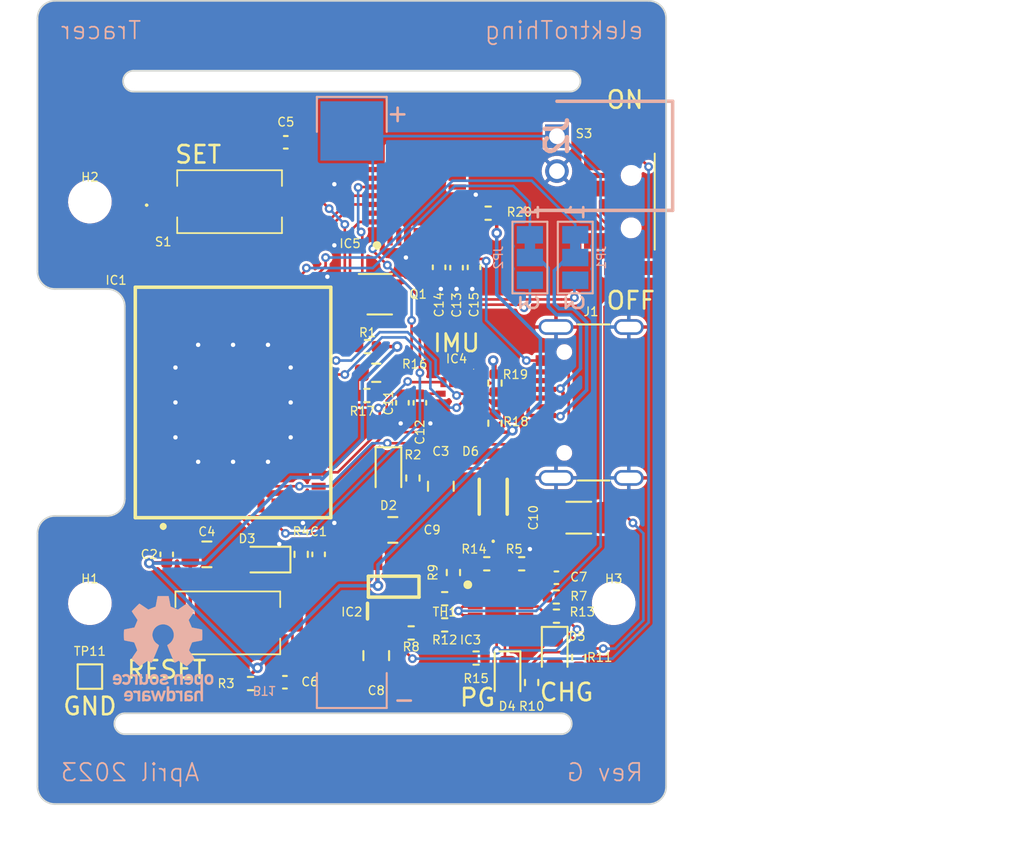
<source format=kicad_pcb>
(kicad_pcb (version 20221018) (generator pcbnew)
  (title_block (title "Tracer") (date "2023-04-18") (rev "G"))
  (layers (0 "F.Cu" signal) (1 "In1.Cu" signal) (2 "In2.Cu" signal) (31 "B.Cu" signal) (34 "B.Paste" user) (35 "F.Paste" user) (36 "B.SilkS" user "B.Silkscreen") (37 "F.SilkS" user "F.Silkscreen") (38 "B.Mask" user) (39 "F.Mask" user) (44 "Edge.Cuts" user))
  (net 0 "")
  (net 1 "+BATT")
  (net 2 "GND")
  (net 3 "CHIP_PU")
  (net 4 "/Battery Charger/VUSB")
  (net 5 "Net-(IC3-IN)")
  (net 6 "+3V3")
  (net 7 "VDD")
  (net 8 "/IMU/6D_PWR")
  (net 9 "Net-(IC3-OUT_1)")
  (net 10 "Net-(IC5-VDD)")
  (net 11 "Net-(D2-A)")
  (net 12 "IND_LED")
  (net 13 "Net-(D3-K)")
  (net 14 "Net-(D4-K)")
  (net 15 "Net-(D4-A)")
  (net 16 "Net-(D5-K)")
  (net 17 "Net-(D5-A)")
  (net 23 "GPIO8")
  (net 26 "GPIO9")
  (net 29 "/Microcontroller/U0RXD")
  (net 30 "/Microcontroller/U0TXD")
  (net 37 "Net-(IC2-CE)")
  (net 39 "Net-(IC3-TS)")
  (net 40 "Net-(IC3-~{CE})")
  (net 41 "Net-(IC3-EN2)")
  (net 42 "Net-(IC3-EN1)")
  (net 43 "Net-(IC3-ILIM)")
  (net 44 "Net-(IC3-TMR)")
  (net 45 "Net-(IC3-TD)")
  (net 46 "Net-(IC3-ISET)")
  (net 53 "/IMU/6D_INT1")
  (net 54 "/IMU/6D_INT2")
  (net 57 "Net-(IC5-RSTB)")
  (net 58 "/IMU/I2C_SCL")
  (net 59 "/IMU/I2C_SDA")
  (net 75 "Net-(JP2-C)")
  (net 76 "Net-(JP1-C)")
  (net 77 "/Microcontroller/RTS")
  (net 78 "/Microcontroller/DTR")
  (net 79 "/Battery Charger/BAT")
  (net 80 "/Battery Charger/READ_BAT")
  (net 87 "MCU_DM")
  (net 88 "MCU_DP")
  (net 89 "UART_DP")
  (net 90 "UART_DM")
  (footprint "SamacSys_Parts:TS1101CW" (layer "F.Cu") (at 120.4 98.625)
    (fp_text reference "S2")
    (fp_text value "TS-1101-C-W" hide)
  )
  (footprint "Resistor_SMD:R_0402_1005Metric" (layer "F.Cu") (at 128.365 85.6)
    (fp_text reference "R17")
    (fp_text value "220k")
  )
  (footprint "Resistor_SMD:R_0402_1005Metric" (layer "F.Cu") (at 135.7 87.19 90)
    (fp_text reference "R18")
    (fp_text value "10k")
  )
  (footprint "personal:MountingHole_2.2mm_M2_Small" (layer "F.Cu") (at 142.5 97.5)
    (fp_text reference "H3")
    (fp_text value "MountingHole")
  )
  (footprint "LED_SMD:LED_0603_1608Metric" (layer "F.Cu") (at 136.42 101.74 -90)
    (fp_text reference "D4")
    (fp_text value "Green_0603")
  )
  (footprint "Resistor_SMD:R_0402_1005Metric" (layer "F.Cu") (at 133.32 95.74 90)
    (fp_text reference "R9")
    (fp_text value "1.5k")
  )
  (footprint "Capacitor_SMD:C_0402_1005Metric" (layer "F.Cu") (at 130.4 86.02 -90)
    (fp_text reference "C11")
    (fp_text value "100n")
  )
  (footprint "Capacitor_SMD:C_1206_3216Metric" (layer "F.Cu") (at 140.5 92.6 180)
    (fp_text reference "C10")
    (fp_text value "4.7u")
  )
  (footprint "Resistor_SMD:R_0402_1005Metric" (layer "F.Cu") (at 124.6 94.7 90)
    (fp_text reference "R4")
    (fp_text value "1k")
  )
  (footprint "SamacSys_Parts:QFN50P500X500X80-29N-D" (layer "F.Cu") (at 131.19 74.16 90)
    (fp_text reference "IC5")
    (fp_text value "CP2102N-A02-GQFN28R" hide)
  )
  (footprint "Resistor_SMD:R_0402_1005Metric" (layer "F.Cu") (at 134.62 100.64 180)
    (fp_text reference "R15")
    (fp_text value "51k")
  )
  (footprint "LED_SMD:LED_0603_1608Metric" (layer "F.Cu") (at 139.12 100.34 -90)
    (fp_text reference "D5")
    (fp_text value "Green_0603")
  )
  (footprint "Resistor_SMD:R_0402_1005Metric" (layer "F.Cu") (at 131 90.33 90)
    (fp_text reference "R2")
    (fp_text value "2.2k")
  )
  (footprint "Resistor_SMD:R_0402_1005Metric" (layer "F.Cu") (at 128.4 82.8 180)
    (fp_text reference "R1")
    (fp_text value "10k")
  )
  (footprint "TestPoint:TestPoint_Pad_1.0x1.0mm" (layer "F.Cu") (at 112.5 101.7)
    (fp_text reference "TP11")
    (fp_text value "TestPoint_Alt")
  )
  (footprint "Resistor_SMD:R_0402_1005Metric" (layer "F.Cu") (at 130.9 99.2)
    (fp_text reference "R8")
    (fp_text value "100k")
  )
  (footprint "Resistor_SMD:R_0402_1005Metric" (layer "F.Cu") (at 137.23 95.24)
    (fp_text reference "R5")
    (fp_text value "51k")
  )
  (footprint "Capacitor_SMD:C_0402_1005Metric" (layer "F.Cu") (at 123.67 102.025)
    (fp_text reference "C6")
    (fp_text value "100n")
  )
  (footprint "Capacitor_SMD:C_0402_1005Metric" (layer "F.Cu") (at 116.9 94.7 90)
    (fp_text reference "C2")
    (fp_text value "100n")
  )
  (footprint "Capacitor_SMD:C_0805_2012Metric" (layer "F.Cu") (at 119.2 94.7)
    (fp_text reference "C4")
    (fp_text value "10u")
  )
  (footprint "Capacitor_SMD:C_0402_1005Metric" (layer "F.Cu") (at 134.5 78.26 -90)
    (fp_text reference "C15")
    (fp_text value "10u_0402")
  )
  (footprint "personal:MountingHole_2.2mm_M2_Small" (layer "F.Cu") (at 112.5 74.5)
    (fp_text reference "H2")
    (fp_text value "MountingHole")
  )
  (footprint "Resistor_SMD:R_0402_1005Metric" (layer "F.Cu") (at 121.7 102.1)
    (fp_text reference "R3")
    (fp_text value "10k")
  )
  (footprint "Resistor_SMD:R_0402_1005Metric" (layer "F.Cu") (at 139.21 97.14)
    (fp_text reference "R7")
    (fp_text value "1.5k")
  )
  (footprint "Package_TO_SOT_SMD:SOT-363_SC-70-6" (layer "F.Cu") (at 129.1 79.8)
    (fp_text reference "Q1")
    (fp_text value "MUN5214DW1T1G")
  )
  (footprint "Resistor_SMD:R_0402_1005Metric" (layer "F.Cu") (at 139.22 98.24)
    (fp_text reference "R13")
    (fp_text value "51k")
  )
  (footprint "Connectors_JT:GT-USB-7010A" (layer "F.Cu") (at 141.125 86 90)
    (fp_text reference "J1")
    (fp_text value "GT-USB-7010")
  )
  (footprint "personal:MountingHole_2.2mm_M2_Small" (layer "F.Cu") (at 112.5 97.5)
    (fp_text reference "H1")
    (fp_text value "MountingHole")
  )
  (footprint "SamacSys_Parts:ESP32C3MINI1N4" (layer "F.Cu") (at 120.7 86 90)
    (fp_text reference "IC1")
    (fp_text value "ESP32-C3-MINI-1-N4" hide)
  )
  (footprint "Resistor_SMD:R_0402_1005Metric" (layer "F.Cu") (at 132.82 98.74 180)
    (fp_text reference "R12")
    (fp_text value "51k")
  )
  (footprint "SamacSys_Parts:K31296SE1" (layer "F.Cu") (at 143.5 74.5 -90)
    (fp_text reference "S3")
    (fp_text value "K3-1296S-E1" hide)
  )
  (footprint "SamacSys_Parts:LSM6DSLTR" (layer "F.Cu") (at 133.5 86 -90)
    (fp_text reference "IC4")
    (fp_text value "LSM6DSLTR" hide)
  )
  (footprint "SamacSys_Parts:TS1101CW" (layer "F.Cu") (at 120.5 74.5)
    (fp_text reference "S1")
    (fp_text value "TS-1101-C-W" hide)
  )
  (footprint "Resistor_SMD:R_0402_1005Metric" (layer "F.Cu") (at 135.7 84.89 -90)
    (fp_text reference "R19")
    (fp_text value "10k")
  )
  (footprint "Capacitor_SMD:C_0402_1005Metric" (layer "F.Cu") (at 125.6 94.7 90)
    (fp_text reference "C1")
    (fp_text value "1u")
  )
  (footprint "Resistor_SMD:R_0402_1005Metric" (layer "F.Cu") (at 140.5 100.6 -90)
    (fp_text reference "R11")
    (fp_text value "2.2k")
  )
  (footprint "SamacSys_Parts:QFN50P300X300X100-17N-D" (layer "F.Cu") (at 136.02 97.94)
    (fp_text reference "IC3")
    (fp_text value "BQ24073RGTR" hide)
  )
  (footprint "Capacitor_SMD:C_0805_2012Metric" (layer "F.Cu") (at 128.9 100.5 -90)
    (fp_text reference "C8")
    (fp_text value "10u")
  )
  (footprint "Resistor_SMD:R_0402_1005Metric" (layer "F.Cu") (at 132.82 97.24 180)
    (fp_text reference "TH1")
    (fp_text value "10k_NTC")
  )
  (footprint "Resistor_SMD:R_0402_1005Metric" (layer "F.Cu") (at 135.31 75.16 180)
    (fp_text reference "R20")
    (fp_text value "1k")
  )
  (footprint "SamacSys_Parts:B5819WSL" (layer "F.Cu") (at 135.6 91.4 90)
    (fp_text reference "D6")
    (fp_text value "B5819W.SL" hide)
  )
  (footprint "Capacitor_SMD:C_0402_1005Metric" (layer "F.Cu") (at 123.72 71.1)
    (fp_text reference "C5")
    (fp_text value "100n")
  )
  (footprint "LED_SMD:LED_0603_1608Metric" (layer "F.Cu") (at 129.6 90.05 -90)
    (fp_text reference "D2")
    (fp_text value "Green_0603")
  )
  (footprint "Capacitor_SMD:C_0402_1005Metric" (layer "F.Cu") (at 139.22 96.04)
    (fp_text reference "C7")
    (fp_text value "1u")
  )
  (footprint "LED_SMD:LED_0603_1608Metric" (layer "F.Cu") (at 122.5 95 180)
    (fp_text reference "D3")
    (fp_text value "Green_0603")
  )
  (footprint "Resistor_SMD:R_0402_1005Metric" (layer "F.Cu") (at 137.8 102.04 90)
    (fp_text reference "R10")
    (fp_text value "2.2k")
  )
  (footprint "Capacitor_SMD:C_0402_1005Metric" (layer "F.Cu") (at 131.4 86.02 -90)
    (fp_text reference "C12")
    (fp_text value "100n")
  )
  (footprint "Resistor_SMD:R_0402_1005Metric" (layer "F.Cu") (at 135.23 95.24 180)
    (fp_text reference "R14")
    (fp_text value "51k")
  )
  (footprint "Capacitor_SMD:C_0402_1005Metric" (layer "F.Cu") (at 132.5 78.26 -90)
    (fp_text reference "C14")
    (fp_text value "100n")
  )
  (footprint "Capacitor_SMD:C_0805_2012Metric" (layer "F.Cu") (at 129.85 93.3)
    (fp_text reference "C9")
    (fp_text value "10u")
  )
  (footprint "Capacitor_SMD:C_0402_1005Metric" (layer "F.Cu") (at 133.5 78.28 -90)
    (fp_text reference "C13")
    (fp_text value "100n")
  )
  (footprint "Capacitor_SMD:C_0805_2012Metric" (layer "F.Cu") (at 132.6 90.8 90)
    (fp_text reference "C3")
    (fp_text value "10u")
  )
  (footprint "Resistor_SMD:R_0603_1608Metric" (layer "F.Cu") (at 128.9 84.3 180)
    (fp_text reference "R16")
    (fp_text value "560k")
  )
  (footprint "SamacSys_Parts:SOT95P280X130-5N" (layer "F.Cu") (at 129.9 96.55 90)
    (fp_text reference "IC2")
    (fp_text value "XC6227C331MR-G" hide)
  )
  (footprint "Jumper:SolderJumper-3_P1.3mm_Bridged12_Pad1.0x1.5mm_NumberLabels" (layer "B.Cu") (at 137.7 77.7 -90)
    (fp_text reference "JP2")
    (fp_text value "SolderJumper_3_Bridged12")
  )
  (footprint "Jumper:SolderJumper-3_P1.3mm_Bridged12_Pad1.0x1.5mm_NumberLabels" (layer "B.Cu") (at 140.3 77.7 -90)
    (fp_text reference "JP1")
    (fp_text value "SolderJumper_3_Bridged12")
  )
  (footprint "SamacSys_Parts:SHDRRA2W50P0X200_1X2_600X760X510P" (layer "B.Cu") (at 139.25 70.75 90)
    (fp_text reference "J2")
    (fp_text value "PH-2RA" hide)
  )
  (footprint "Symbol:OSHW-Logo_5.7x6mm_SilkScreen" (layer "B.Cu") (at 116.7 100.1 180)
    (fp_text reference "REF**" hide)
    (fp_text value "OSHW-Logo_5.7x6mm_SilkScreen" hide)
  )
  (footprint "BatteryHolders:BS-24-B4AK014" (layer "B.Cu") (at 127.5 101.55 90)
    (fp_text reference "BT1")
    (fp_text value "CR2450")
  )
  (gr_arc (start 110.5 79.5) (mid 109.792894 79.207106) (end 109.5 78.5) (stroke (width 0.1)) (layer "Edge.Cuts"))
  (gr_arc (start 109.5 64) (mid 109.792894 63.292894) (end 110.5 63) (stroke (width 0.1)) (layer "Edge.Cuts"))
  (gr_arc (start 140 67) (mid 140.6 67.6) (end 140 68.2) (stroke (width 0.1)) (layer "Edge.Cuts"))
  (gr_arc (start 139.5 103.8) (mid 140.1 104.4) (end 139.5 105) (stroke (width 0.1)) (layer "Edge.Cuts"))
  (gr_line (start 114.5 103.8) (end 139.5 103.8) (stroke (width 0.1)) (layer "Edge.Cuts"))
  (gr_line (start 115 68.2) (end 140 68.2) (stroke (width 0.1)) (layer "Edge.Cuts"))
  (gr_arc (start 144.5 63) (mid 145.207106 63.292894) (end 145.5 64) (stroke (width 0.1)) (layer "Edge.Cuts"))
  (gr_arc (start 109.5 93.5) (mid 109.792894 92.792894) (end 110.5 92.5) (stroke (width 0.1)) (layer "Edge.Cuts"))
  (gr_arc (start 115 68.2) (mid 114.4 67.6) (end 115 67) (stroke (width 0.1)) (layer "Edge.Cuts"))
  (gr_line (start 109.5 78.5) (end 109.5 64) (stroke (width 0.1)) (layer "Edge.Cuts"))
  (gr_line (start 110.5 92.5) (end 113.5 92.5) (stroke (width 0.1)) (layer "Edge.Cuts"))
  (gr_line (start 110.5 79.5) (end 113.5 79.5) (stroke (width 0.1)) (layer "Edge.Cuts"))
  (gr_arc (start 110.5 109) (mid 109.792894 108.707106) (end 109.5 108) (stroke (width 0.1)) (layer "Edge.Cuts"))
  (gr_arc (start 114.5 105) (mid 113.9 104.4) (end 114.5 103.8) (stroke (width 0.1)) (layer "Edge.Cuts"))
  (gr_line (start 144.5 63) (end 110.5 63) (stroke (width 0.1)) (layer "Edge.Cuts"))
  (gr_line (start 109.5 108) (end 109.5 93.5) (stroke (width 0.1)) (layer "Edge.Cuts"))
  (gr_arc (start 113.5 79.5) (mid 114.207106 79.792894) (end 114.5 80.5) (stroke (width 0.1)) (layer "Edge.Cuts"))
  (gr_arc (start 114.5 91.5) (mid 114.207106 92.207106) (end 113.5 92.5) (stroke (width 0.1)) (layer "Edge.Cuts"))
  (gr_line (start 115 67) (end 140 67) (stroke (width 0.1)) (layer "Edge.Cuts"))
  (gr_line (start 110.5 109) (end 144.5 109) (stroke (width 0.1)) (layer "Edge.Cuts"))
  (gr_arc (start 145.5 108) (mid 145.207106 108.707106) (end 144.5 109) (stroke (width 0.1)) (layer "Edge.Cuts"))
  (gr_line (start 145.5 64) (end 145.5 108) (stroke (width 0.1)) (layer "Edge.Cuts"))
  (gr_line (start 114.5 80.5) (end 114.5 91.5) (stroke (width 0.1)) (layer "Edge.Cuts"))
  (gr_line (start 114.5 105) (end 139.5 105) (stroke (width 0.1)) (layer "Edge.Cuts"))
  (gr_text "April 2023\n" (at 110.76 107.19) (layer "B.SilkS") (effects (font (size 1 1) (thickness 0.1)) (justify right mirror)))
  (gr_text "Rev G" (at 144.26 107.19) (layer "B.SilkS") (effects (font (size 1 1) (thickness 0.1)) (justify left mirror)))
  (gr_text "Tracer" (at 110.76 64.69) (layer "B.SilkS") (effects (font (size 1 1) (thickness 0.1)) (justify right mirror)))
  (gr_text "elektroThing \n" (at 144.26 64.69) (layer "B.SilkS") (effects (font (size 1 1) (thickness 0.1)) (justify left mirror)))
  (gr_text "ON" (at 142 69.25) (layer "F.SilkS") (effects (font (size 1 1)) (justify left bottom)))
  (gr_text "IMU" (at 133.5 82.6) (layer "F.SilkS") (effects (font (size 1 1))))
  (gr_text "CHG" (at 139.8 102.6) (layer "F.SilkS") (effects (font (size 1 1))))
  (gr_text "GND" (at 112.5 103.4) (layer "F.SilkS") (effects (font (size 1 1))))
  (gr_text "SET" (at 118.7 71.8) (layer "F.SilkS") (effects (font (size 1 1))))
  (gr_text "RESET" (at 116.9 101.3) (layer "F.SilkS") (effects (font (size 1 1))))
  (gr_text "OFF" (at 142 80.75) (layer "F.SilkS") (effects (font (size 1 1)) (justify left bottom)))
  (gr_text "PG" (at 134.7 102.9) (layer "F.SilkS") (effects (font (size 1 1))))
  (segment (start 134.57 98.19) (end 133.861985 98.19) (width 0.15) (layer "F.Cu") (net 1))
  (segment (start 128.7 77.2) (end 128.7 77.3) (width 0.15) (layer "F.Cu") (net 1))
  (segment (start 129.725 84.3) (end 130.9255 83.0995) (width 0.15) (layer "F.Cu") (net 1))
  (segment (start 133.860263 97.69) (end 133.611124 97.939139) (width 0.15) (layer "F.Cu") (net 1))
  (segment (start 133.861985 98.19) (end 133.611124 97.939139) (width 0.15) (layer "F.Cu") (net 1))
  (segment (start 130.9255 83.0995) (end 130.9255 81.3) (width 0.15) (layer "F.Cu") (net 1))
  (segment (start 134.57 97.69) (end 133.860263 97.69) (width 0.15) (layer "F.Cu") (net 1))
  (segment (start 128.7 77.3) (end 129.535523 78.135523) (width 0.15) (layer "F.Cu") (net 1))
  (via (at 129.535523 78.135523) (size 0.5) (drill 0.25) (layers "F.Cu" "B.Cu") (net 1))
  (via (at 133.611124 97.939139) (size 0.5) (drill 0.25) (layers "F.Cu" "B.Cu") (net 1))
  (via (at 130.9255 81.3) (size 0.5) (drill 0.25) (layers "F.Cu" "B.Cu") (net 1))
  (via (at 128.7 77.2) (size 0.5) (drill 0.25) (layers "F.Cu" "B.Cu") (net 1))
  (segment (start 130.9255 79.5255) (end 130.9255 81.3) (width 0.15) (layer "B.Cu") (net 1))
  (segment (start 139.5 70.75) (end 139.25 70.75) (width 0.15) (layer "B.Cu") (net 1))
  (segment (start 128.7 71.65) (end 128.7 77.2) (width 0.15) (layer "B.Cu") (net 1))
  (segment (start 138.060861 97.939139) (end 141.75 94.25) (width 0.15) (layer "B.Cu") (net 1))
  (segment (start 127.5 70.45) (end 128.7 71.65) (width 0.15) (layer "B.Cu") (net 1))
  (segment (start 129.535523 78.135523) (end 130.9255 79.5255) (width 0.15) (layer "B.Cu") (net 1))
  (segment (start 141.75 94.25) (end 141.75 73) (width 0.15) (layer "B.Cu") (net 1))
  (segment (start 133.611124 97.939139) (end 138.060861 97.939139) (width 0.15) (layer "B.Cu") (net 1))
  (segment (start 141.75 73) (end 139.5 70.75) (width 0.15) (layer "B.Cu") (net 1))
  (segment (start 139.25 70.75) (end 127.8 70.75) (width 0.15) (layer "B.Cu") (net 1))
  (segment (start 127.8 70.75) (end 127.5 70.45) (width 0.15) (layer "B.Cu") (net 1))
  (segment (start 130.69 76.51) (end 130.69 77.61) (width 0.15) (layer "F.Cu") (net 2))
  (segment (start 134.5 78.74) (end 134.5 79.4) (width 0.15) (layer "F.Cu") (net 2))
  (segment (start 134.5 79.4) (end 134.4 79.5) (width 0.15) (layer "F.Cu") (net 2))
  (segment (start 130.4 86.5) (end 130.4 87.1) (width 0.15) (layer "F.Cu") (net 2))
  (segment (start 125.65 91.95) (end 125.65 92.05) (width 0.15) (layer "F.Cu") (net 2))
  (segment (start 124.6 94.19) (end 123.424359 94.19) (width 0.15) (layer "F.Cu") (net 2))
  (segment (start 131.4 86.6) (end 132 87.2) (width 0.15) (layer "F.Cu") (net 2))
  (segment (start 132.5 79.4) (end 132.6 79.5) (width 0.15) (layer "F.Cu") (net 2))
  (segment (start 132.5 78.74) (end 132.5 79.4) (width 0.15) (layer "F.Cu") (net 2))
  (segment (start 124.7 91.9) (end 124.7 92.9) (width 0.15) (layer "F.Cu") (net 2))
  (segment (start 137.74 95.24) (end 137.74 94.44) (width 0.15) (layer "F.Cu") (net 2))
  (segment (start 130.69 77.61) (end 130.6 77.7) (width 0.15) (layer "F.Cu") (net 2))
  (segment (start 125.65 92.05) (end 126.5 92.9) (width 0.15) (layer "F.Cu") (net 2))
  (segment (start 132.588 86.5) (end 131.4 86.5) (width 0.15) (layer "F.Cu") (net 2))
  (segment (start 133.54 74.16) (end 134.54 74.16) (width 0.15) (layer "F.Cu") (net 2))
  (segment (start 131.4 86.5) (end 131.4 86.6) (width 0.15) (layer "F.Cu") (net 2))
  (segment (start 123.424359 94.19) (end 123.343493 94.109134) (width 0.15) (layer "F.Cu") (net 2))
  (segment (start 137.74 94.44) (end 137.7 94.4) (width 0.15) (layer "F.Cu") (net 2))
  (segment (start 130.4 87.1) (end 130.3 87.2) (width 0.15) (layer "F.Cu") (net 2))
  (segment (start 134.54 74.16) (end 134.6 74.1) (width 0.15) (layer "F.Cu") (net 2))
  (segment (start 133.5 78.76) (end 133.5 79.5) (width 0.15) (layer "F.Cu") (net 2))
  (via (at 118.7 89.4) (size 0.5) (drill 0.25) (layers "F.Cu" "B.Cu") (net 2))
  (via (at 126.5 77) (size 0.5) (drill 0.25) (layers "F.Cu" "B.Cu") (net 2))
  (via (at 124 88) (size 0.5) (drill 0.25) (layers "F.Cu" "B.Cu") (net 2))
  (via (at 132 87.2) (size 0.5) (drill 0.25) (layers "F.Cu" "B.Cu") (net 2))
  (via (at 123.343493 94.109134) (size 0.5) (drill 0.25) (layers "F.Cu" "B.Cu") (net 2))
  (via (at 124.7 92.9) (size 0.5) (drill 0.25) (layers "F.Cu" "B.Cu") (net 2))
  (via (at 137.7 94.4) (size 0.5) (drill 0.25) (layers "F.Cu" "B.Cu") (net 2))
  (via (at 117.4 84) (size 0.5) (drill 0.25) (layers "F.Cu" "B.Cu") (net 2))
  (via (at 126.5 73.5) (size 0.5) (drill 0.25) (layers "F.Cu" "B.Cu") (net 2))
  (via (at 134.4 79.5) (size 0.5) (drill 0.25) (layers "F.Cu" "B.Cu") (net 2))
  (via (at 118.7 82.7) (size 0.5) (drill 0.25) (layers "F.Cu" "B.Cu") (net 2))
  (via (at 120.7 82.7) (size 0.5) (drill 0.25) (layers "F.Cu" "B.Cu") (net 2))
  (via (at 122.7 89.4) (size 0.5) (drill 0.25) (layers "F.Cu" "B.Cu") (net 2))
  (via (at 124 84) (size 0.5) (drill 0.25) (layers "F.Cu" "B.Cu") (net 2))
  (via (at 126.1 78.8) (size 0.5) (drill 0.25) (layers "F.Cu" "B.Cu") (net 2))
  (via (at 117.4 86) (size 0.5) (drill 0.25) (layers "F.Cu" "B.Cu") (net 2))
  (via (at 126.5 92.9) (size 0.5) (drill 0.25) (layers "F.Cu" "B.Cu") (net 2))
  (via (at 122.7 82.7) (size 0.5) (drill 0.25) (layers "F.Cu" "B.Cu") (net 2))
  (via (at 134.6 74.1) (size 0.5) (drill 0.25) (layers "F.Cu" "B.Cu") (net 2))
  (via (at 120.7 89.4) (size 0.5) (drill 0.25) (layers "F.Cu" "B.Cu") (net 2))
  (via (at 124 86) (size 0.5) (drill 0.25) (layers "F.Cu" "B.Cu") (net 2))
  (via (at 117.4 88) (size 0.5) (drill 0.25) (layers "F.Cu" "B.Cu") (net 2))
  (via (at 130.3 87.2) (size 0.5) (drill 0.25) (layers "F.Cu" "B.Cu") (net 2))
  (via (at 133.5 79.5) (size 0.5) (drill 0.25) (layers "F.Cu" "B.Cu") (net 2))
  (via (at 130.6 77.7) (size 0.5) (drill 0.25) (layers "F.Cu" "B.Cu") (net 2))
  (via (at 132.6 79.5) (size 0.5) (drill 0.25) (layers "F.Cu" "B.Cu") (net 2))
  (segment (start 126.13452 93.83452) (end 125.8 93.5) (width 0.15) (layer "F.Cu") (net 3))
  (segment (start 123.61548 102.55952) (end 124.15 102.025) (width 0.15) (layer "F.Cu") (net 3))
  (segment (start 122.21 102.1) (end 122.66952 102.55952) (width 0.15) (layer "F.Cu") (net 3))
  (segment (start 124.1 101.975) (end 124.1 98.625) (width 0.15) (layer "F.Cu") (net 3))
  (segment (start 124.1 98.625) (end 124.1 96.68) (width 0.15) (layer "F.Cu") (net 3))
  (segment (start 125.8 93.5) (end 123.7 93.5) (width 0.15) (layer "F.Cu") (net 3))
  (segment (start 122.3 92.1) (end 122.3 91.9) (width 0.15) (layer "F.Cu") (net 3))
  (segment (start 126.13452 94.64548) (end 126.13452 93.83452) (width 0.15) (layer "F.Cu") (net 3))
  (segment (start 124.15 102.025) (end 124.1 101.975) (width 0.15) (layer "F.Cu") (net 3))
  (segment (start 123.7 93.5) (end 122.3 92.1) (width 0.15) (layer "F.Cu") (net 3))
  (segment (start 124.1 96.68) (end 125.6 95.18) (width 0.15) (layer "F.Cu") (net 3))
  (segment (start 131.4 80) (end 131.4 84.3) (width 0.15) (layer "F.Cu") (net 3))
  (segment (start 130.55 79.15) (end 131.4 80) (width 0.15) (layer "F.Cu") (net 3))
  (segment (start 125.6 95.18) (end 126.13452 94.64548) (width 0.15) (layer "F.Cu") (net 3))
  (segment (start 122.66952 102.55952) (end 123.61548 102.55952) (width 0.15) (layer "F.Cu") (net 3))
  (segment (start 130.05 79.15) (end 130.55 79.15) (width 0.15) (layer "F.Cu") (net 3))
  (via (at 123.7 93.5) (size 0.5) (drill 0.25) (layers "F.Cu" "B.Cu") (net 3))
  (via (at 131.4 84.3) (size 0.5) (drill 0.25) (layers "F.Cu" "B.Cu") (net 3))
  (segment (start 131.4 87.142107) (end 125.042107 93.5) (width 0.15) (layer "B.Cu") (net 3))
  (segment (start 125.042107 93.5) (end 123.7 93.5) (width 0.15) (layer "B.Cu") (net 3))
  (segment (start 131.4 84.3) (end 131.4 87.142107) (width 0.15) (layer "B.Cu") (net 3))
  (segment (start 134.48 77.8) (end 134.5 77.78) (width 0.15) (layer "F.Cu") (net 4))
  (segment (start 132.69 76.51) (end 133.11 76.51) (width 0.15) (layer "F.Cu") (net 4))
  (segment (start 135.08 77.78) (end 135.2 77.9) (width 0.15) (layer "F.Cu") (net 4))
  (segment (start 139.924519 84.380497) (end 139.924519 87.675481) (width 0.15) (layer "F.Cu") (net 4))
  (segment (start 138.615 83.6) (end 139.144022 83.6) (width 0.15) (layer "F.Cu") (net 4))
  (segment (start 134.05 88.4) (end 138.615 88.4) (width 0.15) (layer "F.Cu") (net 4))
  (segment (start 131.03 89.85) (end 131 89.82) (width 0.15) (layer "F.Cu") (net 4))
  (segment (start 134.5 76) (end 134.5 77.78) (width 0.15) (layer "F.Cu") (net 4))
  (segment (start 133.5 77.8) (end 134.48 77.8) (width 0.15) (layer "F.Cu") (net 4))
  (segment (start 133.5 76.9) (end 133.5 77.8) (width 0.15) (layer "F.Cu") (net 4))
  (segment (start 134.16 75.66) (end 134.5 76) (width 0.15) (layer "F.Cu") (net 4))
  (segment (start 137.5 83.6) (end 138.615 83.6) (width 0.15) (layer "F.Cu") (net 4))
  (segment (start 139.144022 83.6) (end 139.924519 84.380497) (width 0.15) (layer "F.Cu") (net 4))
  (segment (start 132.6 89.85) (end 132.67 89.78) (width 0.15) (layer "F.Cu") (net 4))
  (segment (start 132.6 89.85) (end 134.05 88.4) (width 0.15) (layer "F.Cu") (net 4))
  (segment (start 132.6 89.85) (end 131.03 89.85) (width 0.15) (layer "F.Cu") (net 4))
  (segment (start 132.67 89.78) (end 135.6 89.78) (width 0.15) (layer "F.Cu") (net 4))
  (segment (start 134.5 77.78) (end 135.08 77.78) (width 0.15) (layer "F.Cu") (net 4))
  (segment (start 139.924519 87.675481) (end 139.2 88.4) (width 0.15) (layer "F.Cu") (net 4))
  (segment (start 139.2 88.4) (end 138.615 88.4) (width 0.15) (layer "F.Cu") (net 4))
  (segment (start 133.11 76.51) (end 133.5 76.9) (width 0.15) (layer "F.Cu") (net 4))
  (segment (start 133.54 75.66) (end 134.16 75.66) (width 0.15) (layer "F.Cu") (net 4))
  (via (at 137.5 83.6) (size 0.5) (drill 0.25) (layers "F.Cu" "B.Cu") (net 4))
  (via (at 135.2 77.9) (size 0.5) (drill 0.25) (layers "F.Cu" "B.Cu") (net 4))
  (segment (start 135.2 77.9) (end 135.2 81.3) (width 0.15) (layer "B.Cu") (net 4))
  (segment (start 135.2 81.3) (end 137.5 83.6) (width 0.15) (layer "B.Cu") (net 4))
  (segment (start 138.74 96.04) (end 138.74 94.14) (width 0.15) (layer "F.Cu") (net 5))
  (segment (start 138.29 96.49) (end 138.74 96.04) (width 0.15) (layer "F.Cu") (net 5))
  (segment (start 138.74 94.14) (end 137.62 93.02) (width 0.15) (layer "F.Cu") (net 5))
  (segment (start 136.77 96.49) (end 138.29 96.49) (width 0.15) (layer "F.Cu") (net 5))
  (segment (start 137.62 93.02) (end 135.6 93.02) (width 0.15) (layer "F.Cu") (net 5))
  (segment (start 121.19 102.1) (end 118.25 99.16) (width 0.2) (layer "F.Cu") (net 6))
  (segment (start 116.9 95.18) (end 115.92 95.18) (width 0.2) (layer "F.Cu") (net 6))
  (segment (start 128.9 95.1) (end 128.95 95.15) (width 0.2) (layer "F.Cu") (net 6))
  (segment (start 128.95 95.15) (end 128.95 96.45) (width 0.2) (layer "F.Cu") (net 6))
  (segment (start 128.9 93.3) (end 128.9 95.1) (width 0.2) (layer "F.Cu") (net 6))
  (segment (start 118.3 91.9) (end 118.3 94.65) (width 0.2) (layer "F.Cu") (net 6))
  (segment (start 135.8 76.3) (end 135.8 75.18) (width 0.2) (layer "F.Cu") (net 6))
  (segment (start 118.3 94.65) (end 118.25 94.7) (width 0.2) (layer "F.Cu") (net 6))
  (segment (start 128.95 96.45) (end 129 96.5) (width 0.2) (layer "F.Cu") (net 6))
  (segment (start 121.2 102.1) (end 122.1 101.2) (width 0.2) (layer "F.Cu") (net 6))
  (segment (start 117.38 94.7) (end 116.9 95.18) (width 0.2) (layer "F.Cu") (net 6))
  (segment (start 135.8 75.18) (end 135.82 75.16) (width 0.2) (layer "F.Cu") (net 6))
  (segment (start 135.7 83.70169) (end 135.599155 83.600845) (width 0.2) (layer "F.Cu") (net 6))
  (segment (start 115.92 95.18) (end 115.9 95.2) (width 0.2) (layer "F.Cu") (net 6))
  (segment (start 118.25 99.16) (end 118.25 94.7) (width 0.2) (layer "F.Cu") (net 6))
  (segment (start 130.1 82.8) (end 128.91 82.8) (width 0.2) (layer "F.Cu") (net 6))
  (segment (start 118.25 94.7) (end 117.38 94.7) (width 0.2) (layer "F.Cu") (net 6))
  (segment (start 121.19 102.1) (end 121.2 102.1) (width 0.2) (layer "F.Cu") (net 6))
  (segment (start 135.7 87.7) (end 136.6 87.7) (width 0.2) (layer "F.Cu") (net 6))
  (segment (start 135.7 84.38) (end 135.7 83.70169) (width 0.2) (layer "F.Cu") (net 6))
  (segment (start 136.6 87.7) (end 136.7 87.6) (width 0.2) (layer "F.Cu") (net 6))
  (via (at 135.599155 83.600845) (size 0.6) (drill 0.3) (layers "F.Cu" "B.Cu") (net 6))
  (via (at 136.7 87.6) (size 0.6) (drill 0.3) (layers "F.Cu" "B.Cu") (net 6))
  (via (at 135.8 76.3) (size 0.6) (drill 0.3) (layers "F.Cu" "B.Cu") (net 6))
  (via (at 122.1 101.2) (size 0.6) (drill 0.3) (layers "F.Cu" "B.Cu") (net 6))
  (via (at 129 96.5) (size 0.6) (drill 0.3) (layers "F.Cu" "B.Cu") (net 6))
  (via (at 115.9 95.2) (size 0.6) (drill 0.3) (layers "F.Cu" "B.Cu") (net 6))
  (via (at 130.1 82.8) (size 0.6) (drill 0.3) (layers "F.Cu" "B.Cu") (net 6))
  (segment (start 136.7 87.6) (end 129 95.3) (width 0.2) (layer "B.Cu") (net 6))
  (segment (start 115.9 95.2) (end 119.1 95.2) (width 0.2) (layer "B.Cu") (net 6))
  (segment (start 135.599155 86.499155) (end 136.7 87.6) (width 0.2) (layer "B.Cu") (net 6))
  (segment (start 121.9 101.2) (end 115.9 95.2) (width 0.2) (layer "B.Cu") (net 6))
  (segment (start 135.599155 83.600845) (end 135.599155 86.499155) (width 0.2) (layer "B.Cu") (net 6))
  (segment (start 122.1 101.2) (end 121.9 101.2) (width 0.2) (layer "B.Cu") (net 6))
  (segment (start 128.1 88.1) (end 128.1 84.8) (width 0.2) (layer "B.Cu") (net 6))
  (segment (start 125.7 90.3) (end 125.8 90.4) (width 0.2) (layer "B.Cu") (net 6))
  (segment (start 135.8 79.82427) (end 135.8 76.3) (width 0.2) (layer "B.Cu") (net 6))
  (segment (start 138.3 86) (end 138.3 82.32427) (width 0.2) (layer "B.Cu") (net 6))
  (segment (start 125.8 90.4) (end 128.1 88.1) (width 0.2) (layer "B.Cu") (net 6))
  (segment (start 128.1 84.8) (end 130.1 82.8) (width 0.2) (layer "B.Cu") (net 6))
  (segment (start 136.7 87.6) (end 138.3 86) (width 0.2) (layer "B.Cu") (net 6))
  (segment (start 126.8 96.5) (end 129 96.5) (width 0.2) (layer "B.Cu") (net 6))
  (segment (start 124 90.3) (end 125.7 90.3) (width 0.2) (layer "B.Cu") (net 6))
  (segment (start 138.3 82.32427) (end 135.8 79.82427) (width 0.2) (layer "B.Cu") (net 6))
  (segment (start 129 95.3) (end 129 96.5) (width 0.2) (layer "B.Cu") (net 6))
  (segment (start 122.1 101.2) (end 126.8 96.5) (width 0.2) (layer "B.Cu") (net 6))
  (segment (start 119.1 95.2) (end 124 90.3) (width 0.2) (layer "B.Cu") (net 6))
  (segment (start 128.95 97.95) (end 128.95 99.5) (width 0.15) (layer "F.Cu") (net 7))
  (segment (start 130.39 99.2) (end 130.39 100.09) (width 0.15) (layer "F.Cu") (net 7))
  (segment (start 144.225479 72.225479) (end 144.5 72.5) (width 0.15) (layer "F.Cu") (net 7))
  (segment (start 130.39 99.2) (end 129.25 99.2) (width 0.15) (layer "F.Cu") (net 7))
  (segment (start 129.25 99.2) (end 128.9 99.55) (width 0.15) (layer "F.Cu") (net 7))
  (segment (start 141.449521 72.225479) (end 144.225479 72.225479) (width 0.15) (layer "F.Cu") (net 7))
  (segment (start 130.39 100.09) (end 130.974511 100.674511) (width 0.15) (layer "F.Cu") (net 7))
  (via (at 144.5 72.5) (size 0.5) (drill 0.25) (layers "F.Cu" "B.Cu") (net 7))
  (via (at 130.974511 100.674511) (size 0.5) (drill 0.25) (layers "F.Cu" "B.Cu") (net 7))
  (segment (start 144.5 98.6) (end 142.425489 100.674511) (width 0.15) (layer "B.Cu") (net 7))
  (segment (start 144.5 72.5) (end 144.5 98.6) (width 0.15) (layer "B.Cu") (net 7))
  (segment (start 142.425489 100.674511) (end 130.974511 100.674511) (width 0.15) (layer "B.Cu") (net 7))
  (segment (start 129.5 87.7) (end 129.5 85.9) (width 0.15) (layer "F.Cu") (net 8))
  (segment (start 132.75 87.55) (end 132.6 87.7) (width 0.15) (layer "F.Cu") (net 8))
  (segment (start 129.86 85.54) (end 130.4 85.54) (width 0.15) (layer "F.Cu") (net 8))
  (segment (start 132.588 85.5) (end 131.44 85.5) (width 0.15) (layer "F.Cu") (net 8))
  (segment (start 126.4 90.8) (end 129.5 87.7) (width 0.15) (layer "F.Cu") (net 8))
  (segment (start 131.4 85.54) (end 130.4 85.54) (width 0.15) (layer "F.Cu") (net 8))
  (segment (start 132.6 87.7) (end 129.5 87.7) (width 0.15) (layer "F.Cu") (net 8))
  (segment (start 132.75 87.163) (end 132.75 87.55) (width 0.15) (layer "F.Cu") (net 8))
  (segment (start 125.6 90.8) (end 126.4 90.8) (width 0.15) (layer "F.Cu") (net 8))
  (segment (start 129.5 85.9) (end 129.86 85.54) (width 0.15) (layer "F.Cu") (net 8))
  (segment (start 138.16 97.69) (end 138.71 98.24) (width 0.15) (layer "F.Cu") (net 9))
  (segment (start 139.25452 98.78452) (end 138.71 98.24) (width 0.15) (layer "F.Cu") (net 9))
  (segment (start 139.453898 98.78452) (end 139.25452 98.78452) (width 0.15) (layer "F.Cu") (net 9))
  (segment (start 137.52 98.24) (end 137.47 98.19) (width 0.15) (layer "F.Cu") (net 9))
  (segment (start 141.425 75.125) (end 141.425 73.75) (width 0.15) (layer "F.Cu") (net 9))
  (segment (start 137.8 101.53) (end 137.8 101) (width 0.15) (layer "F.Cu") (net 9))
  (segment (start 143.4 79.1) (end 143.4 77.1) (width 0.15) (layer "F.Cu") (net 9))
  (segment (start 137.47 97.69) (end 138.16 97.69) (width 0.15) (layer "F.Cu") (net 9))
  (segment (start 140.5 100.09) (end 140.5 99.830622) (width 0.15) (layer "F.Cu") (net 9))
  (segment (start 141.89 100.09) (end 141.9 100.1) (width 0.15) (layer "F.Cu") (net 9))
  (segment (start 140.5 100.09) (end 141.89 100.09) (width 0.15) (layer "F.Cu") (net 9))
  (segment (start 140.5 99.830622) (end 139.453898 98.78452) (width 0.15) (layer "F.Cu") (net 9))
  (segment (start 141.975 92.6) (end 141.975 80.525) (width 0.15) (layer "F.Cu") (net 9))
  (segment (start 143.4 77.1) (end 141.425 75.125) (width 0.15) (layer "F.Cu") (net 9))
  (segment (start 143.3 92.6) (end 143.6 92.9) (width 0.15) (layer "F.Cu") (net 9))
  (segment (start 138.71 98.24) (end 137.52 98.24) (width 0.15) (layer "F.Cu") (net 9))
  (segment (start 137.8 101) (end 138.5 100.3) (width 0.15) (layer "F.Cu") (net 9))
  (segment (start 138.5 100.3) (end 140.29 100.3) (width 0.15) (layer "F.Cu") (net 9))
  (segment (start 141.975 80.525) (end 143.4 79.1) (width 0.15) (layer "F.Cu") (net 9))
  (segment (start 140.29 100.3) (end 140.5 100.09) (width 0.15) (layer "F.Cu") (net 9))
  (segment (start 141.975 92.6) (end 143.3 92.6) (width 0.15) (layer "F.Cu") (net 9))
  (via (at 141.9 100.1) (size 0.5) (drill 0.25) (layers "F.Cu" "B.Cu") (net 9))
  (via (at 143.6 92.9) (size 0.5) (drill 0.25) (layers "F.Cu" "B.Cu") (net 9))
  (segment (start 144.20048 93.50048) (end 144.20048 98.475934) (width 0.15) (layer "B.Cu") (net 9))
  (segment (start 143.6 92.9) (end 144.20048 93.50048) (width 0.15) (layer "B.Cu") (net 9))
  (segment (start 141.9 100.1) (end 142.576414 100.1) (width 0.15) (layer "B.Cu") (net 9))
  (segment (start 142.576414 100.1) (end 144.20048 98.475934) (width 0.15) (layer "B.Cu") (net 9))
  (segment (start 132.19 76.51) (end 132.19 77.47) (width 0.15) (layer "F.Cu") (net 10))
  (segment (start 132.19 77.47) (end 132.5 77.78) (width 0.15) (layer "F.Cu") (net 10))
  (segment (start 129.6025 90.84) (end 129.6 90.8375) (width 0.15) (layer "F.Cu") (net 11))
  (segment (start 131 90.84) (end 129.6025 90.84) (width 0.15) (layer "F.Cu") (net 11))
  (segment (start 120.7 92.1) (end 120.7 91.9) (width 0.15) (layer "F.Cu") (net 12))
  (segment (start 121.7125 95) (end 121.7125 93.1125) (width 0.15) (layer "F.Cu") (net 12))
  (segment (start 121.7125 93.1125) (end 120.7 92.1) (width 0.15) (layer "F.Cu") (net 12))
  (segment (start 123.4975 95.21) (end 123.2875 95) (width 0.15) (layer "F.Cu") (net 13))
  (segment (start 124.6 95.21) (end 123.4975 95.21) (width 0.15) (layer "F.Cu") (net 13))
  (segment (start 136.27 100.8025) (end 136.42 100.9525) (width 0.15) (layer "F.Cu") (net 14))
  (segment (start 136.27 99.39) (end 136.27 100.8025) (width 0.15) (layer "F.Cu") (net 14))
  (segment (start 137.8 102.55) (end 136.4425 102.55) (width 0.15) (layer "F.Cu") (net 15))
  (segment (start 136.4425 102.55) (end 136.42 102.5275) (width 0.15) (layer "F.Cu") (net 15))
  (segment (start 137.47 98.69) (end 138.2575 98.69) (width 0.15) (layer "F.Cu") (net 16))
  (segment (start 138.2575 98.69) (end 139.12 99.5525) (width 0.15) (layer "F.Cu") (net 16))
  (segment (start 140.5 101.11) (end 139.1375 101.11) (width 0.15) (layer "F.Cu") (net 17))
  (segment (start 139.1375 101.11) (end 139.12 101.1275) (width 0.15) (layer "F.Cu") (net 17))
  (segment (start 127.89 82.8) (end 125.6 82.8) (width 0.15) (layer "F.Cu") (net 23))
  (segment (start 127.1 79.8) (end 127.1 75.8) (width 0.15) (layer "F.Cu") (net 26))
  (segment (start 128.15 81.45) (end 127.6 82) (width 0.15) (layer "F.Cu") (net 26))
  (segment (start 128.15 80.45) (end 128.15 81.45) (width 0.15) (layer "F.Cu") (net 26))
  (segment (start 127.75 80.45) (end 127.1 79.8) (width 0.15) (layer "F.Cu") (net 26))
  (segment (start 126.202684 74.902684) (end 125.8 74.5) (width 0.15) (layer "F.Cu") (net 26))
  (segment (start 124.2 71.1) (end 124.2 74.5) (width 0.15) (layer "F.Cu") (net 26))
  (segment (start 128.15 80.45) (end 127.75 80.45) (width 0.15) (layer "F.Cu") (net 26))
  (segment (start 125.8 74.5) (end 124.2 74.5) (width 0.15) (layer "F.Cu") (net 26))
  (segment (start 127.6 82) (end 125.6 82) (width 0.15) (layer "F.Cu") (net 26))
  (via (at 127.1 75.8) (size 0.5) (drill 0.25) (layers "F.Cu" "B.Cu") (net 26))
  (via (at 126.202684 74.902684) (size 0.5) (drill 0.25) (layers "F.Cu" "B.Cu") (net 26))
  (segment (start 127.1 75.8) (end 126.202684 74.902684) (width 0.15) (layer "B.Cu") (net 26))
  (segment (start 120.7 79.2) (end 120.7 80.1) (width 0.15) (layer "F.Cu") (net 29))
  (segment (start 123.8 78.4) (end 121.5 78.4) (width 0.15) (layer "F.Cu") (net 29))
  (segment (start 127.54 74.66) (end 123.8 78.4) (width 0.15) (layer "F.Cu") (net 29))
  (segment (start 128.84 74.66) (end 127.54 74.66) (width 0.15) (layer "F.Cu") (net 29))
  (segment (start 121.5 78.4) (end 120.7 79.2) (width 0.15) (layer "F.Cu") (net 29))
  (segment (start 119.9 79.576414) (end 121.376414 78.1) (width 0.15) (layer "F.Cu") (net 30))
  (segment (start 121.376414 78.1) (end 123.676414 78.1) (width 0.15) (layer "F.Cu") (net 30))
  (segment (start 127.616414 74.16) (end 128.84 74.16) (width 0.15) (layer "F.Cu") (net 30))
  (segment (start 119.9 80.1) (end 119.9 79.576414) (width 0.15) (layer "F.Cu") (net 30))
  (segment (start 123.676414 78.1) (end 127.616414 74.16) (width 0.15) (layer "F.Cu") (net 30))
  (segment (start 130.85 98.55) (end 131.5 99.2) (width 0.15) (layer "F.Cu") (net 37))
  (segment (start 130.85 97.95) (end 130.85 98.55) (width 0.15) (layer "F.Cu") (net 37))
  (segment (start 133.38 97.19) (end 133.33 97.24) (width 0.15) (layer "F.Cu") (net 39))
  (segment (start 134.57 97.19) (end 133.38 97.19) (width 0.15) (layer "F.Cu") (net 39))
  (segment (start 134.57 98.69) (end 133.38 98.69) (width 0.15) (layer "F.Cu") (net 40))
  (segment (start 133.38 98.69) (end 133.33 98.74) (width 0.15) (layer "F.Cu") (net 40))
  (segment (start 135.27 99.39) (end 135.27 100.5) (width 0.15) (layer "F.Cu") (net 41))
  (segment (start 135.27 100.5) (end 135.13 100.64) (width 0.15) (layer "F.Cu") (net 41))
  (segment (start 135.7955 100.2) (end 135.7955 99.4155) (width 0.15) (layer "F.Cu") (net 42))
  (segment (start 135.7955 99.4155) (end 135.77 99.39) (width 0.15) (layer "F.Cu") (net 42))
  (segment (start 139.73 98.24) (end 139.73 98.33) (width 0.15) (layer "F.Cu") (net 42))
  (segment (start 139.73 98.33) (end 140.4 99) (width 0.15) (layer "F.Cu") (net 42))
  (via (at 135.7955 100.2) (size 0.5) (drill 0.25) (layers "F.Cu" "B.Cu") (net 42))
  (via (at 140.4 99) (size 0.5) (drill 0.25) (layers "F.Cu" "B.Cu") (net 42))
  (segment (start 140.4 99) (end 139.2 100.2) (width 0.15) (layer "B.Cu") (net 42))
  (segment (start 139.2 100.2) (end 135.7955 100.2) (width 0.15) (layer "B.Cu") (net 42))
  (segment (start 138.7 97.14) (end 137.52 97.14) (width 0.15) (layer "F.Cu") (net 43))
  (segment (start 137.52 97.14) (end 137.47 97.19) (width 0.15) (layer "F.Cu") (net 43))
  (segment (start 136.27 96.49) (end 136.27 95.69) (width 0.15) (layer "F.Cu") (net 44))
  (segment (start 136.27 95.69) (end 136.72 95.24) (width 0.15) (layer "F.Cu") (net 44))
  (segment (start 135.77 96.49) (end 135.77 95.27) (width 0.15) (layer "F.Cu") (net 45))
  (segment (start 135.77 95.27) (end 135.74 95.24) (width 0.15) (layer "F.Cu") (net 45))
  (segment (start 133.56 96.49) (end 135.27 96.49) (width 0.15) (layer "F.Cu") (net 46))
  (segment (start 133.32 96.25) (end 133.56 96.49) (width 0.15) (layer "F.Cu") (net 46))
  (segment (start 129.0255 86.319276) (end 129.1 86.393776) (width 0.15) (layer "F.Cu") (net 53))
  (segment (start 126.7 90) (end 125.6 90) (width 0.15) (layer "F.Cu") (net 53))
  (segment (start 129.1 86.393776) (end 129.1 87.6) (width 0.15) (layer "F.Cu") (net 53))
  (segment (start 132.75 84.837) (end 130.737 84.837) (width 0.15) (layer "F.Cu") (net 53))
  (segment (start 130.737 84.837) (end 130.7 84.8) (width 0.15) (layer "F.Cu") (net 53))
  (segment (start 129.1 87.6) (end 126.7 90) (width 0.15) (layer "F.Cu") (net 53))
  (via (at 130.7 84.8) (size 0.5) (drill 0.25) (layers "F.Cu" "B.Cu") (net 53))
  (via (at 129.0255 86.319276) (size 0.5) (drill 0.25) (layers "F.Cu" "B.Cu") (net 53))
  (segment (start 129.180724 86.319276) (end 129.0255 86.319276) (width 0.15) (layer "B.Cu") (net 53))
  (segment (start 130.7 84.8) (end 129.180724 86.319276) (width 0.15) (layer "B.Cu") (net 53))
  (segment (start 120.4 90.8) (end 119.9 91.3) (width 0.15) (layer "F.Cu") (net 54))
  (segment (start 133.25 87.163) (end 133.25 87.6005) (width 0.15) (layer "F.Cu") (net 54))
  (segment (start 132.514977 88.335523) (end 129.535523 88.335523) (width 0.15) (layer "F.Cu") (net 54))
  (segment (start 133.25 87.6005) (end 132.514977 88.335523) (width 0.15) (layer "F.Cu") (net 54))
  (segment (start 124.5 90.8) (end 120.4 90.8) (width 0.15) (layer "F.Cu") (net 54))
  (segment (start 119.9 91.3) (end 119.9 91.9) (width 0.15) (layer "F.Cu") (net 54))
  (via (at 129.535523 88.335523) (size 0.5) (drill 0.25) (layers "F.Cu" "B.Cu") (net 54))
  (via (at 124.5 90.8) (size 0.5) (drill 0.25) (layers "F.Cu" "B.Cu") (net 54))
  (segment (start 126.2 90.8) (end 124.5 90.8) (width 0.15) (layer "B.Cu") (net 54))
  (segment (start 126.2 90.8) (end 128.664477 88.335523) (width 0.15) (layer "B.Cu") (net 54))
  (segment (start 129.535523 88.335523) (end 128.664477 88.335523) (width 0.15) (layer "B.Cu") (net 54))
  (segment (start 134.8 75.16) (end 133.54 75.16) (width 0.15) (layer "F.Cu") (net 57))
  (segment (start 135.02 86) (end 135.7 86.68) (width 0.15) (layer "F.Cu") (net 58))
  (segment (start 134.412 86) (end 133.8 86) (width 0.15) (layer "F.Cu") (net 58))
  (segment (start 125.6 84.4) (end 127.1 84.4) (width 0.15) (layer "F.Cu") (net 58))
  (segment (start 133.8 86) (end 133.5 86.3) (width 0.15) (layer "F.Cu") (net 58))
  (segment (start 134.412 86) (end 135.02 86) (width 0.15) (layer "F.Cu") (net 58))
  (via (at 127.1 84.4) (size 0.5) (drill 0.25) (layers "F.Cu" "B.Cu") (net 58))
  (via (at 133.5 86.3) (size 0.5) (drill 0.25) (layers "F.Cu" "B.Cu") (net 58))
  (segment (start 130.575 82.275) (end 132 83.7) (width 0.15) (layer "B.Cu") (net 58))
  (segment (start 132 83.7) (end 132 85.2) (width 0.15) (layer "B.Cu") (net 58))
  (segment (start 132 85.2) (end 133.1 86.3) (width 0.15) (layer "B.Cu") (net 58))
  (segment (start 127.1 84.4) (end 129.225 82.275) (width 0.15) (layer "B.Cu") (net 58))
  (segment (start 129.225 82.275) (end 130.575 82.275) (width 0.15) (layer "B.Cu") (net 58))
  (segment (start 133.1 86.3) (end 133.5 86.3) (width 0.15) (layer "B.Cu") (net 58))
  (segment (start 134.412 85.5) (end 135.6 85.5) (width 0.15) (layer "F.Cu") (net 59))
  (segment (start 134.412 85.5) (end 133.6 85.5) (width 0.15) (layer "F.Cu") (net 59))
  (segment (start 135.6 85.5) (end 135.7 85.4) (width 0.15) (layer "F.Cu") (net 59))
  (segment (start 125.6 83.6) (end 126.6 83.6) (width 0.15) (layer "F.Cu") (net 59))
  (via (at 133.5 85.6) (size 0.5) (drill 0.25) (layers "F.Cu" "B.Cu") (net 59))
  (via (at 126.6 83.6) (size 0.5) (drill 0.25) (layers "F.Cu" "B.Cu") (net 59))
  (segment (start 132.3 83.575736) (end 130.699264 81.975) (width 0.15) (layer "B.Cu") (net 59))
  (segment (start 130.699264 81.975) (end 129.100736 81.975) (width 0.15) (layer "B.Cu") (net 59))
  (segment (start 132.3 84.4) (end 132.3 83.575736) (width 0.15) (layer "B.Cu") (net 59))
  (segment (start 133.5 85.6) (end 132.3 84.4) (width 0.15) (layer "B.Cu") (net 59))
  (segment (start 129.100736 81.975) (end 127.475736 83.6) (width 0.15) (layer "B.Cu") (net 59))
  (segment (start 127.475736 83.6) (end 126.6 83.6) (width 0.15) (layer "B.Cu") (net 59))
  (segment (start 139.395 85.25) (end 139.6 85.455) (width 0.2) (layer "F.Cu") (net 75))
  (segment (start 139.6 86.045) (end 139.395 86.25) (width 0.2) (layer "F.Cu") (net 75))
  (segment (start 138.615 85.25) (end 139.395 85.25) (width 0.2) (layer "F.Cu") (net 75))
  (segment (start 139.6 85.455) (end 139.6 86.045) (width 0.2) (layer "F.Cu") (net 75))
  (segment (start 139.395 85.25) (end 139.407535 85.25) (width 0.2) (layer "F.Cu") (net 75))
  (segment (start 139.395 86.25) (end 138.615 86.25) (width 0.2) (layer "F.Cu") (net 75))
  (segment (start 139.407535 85.25) (end 139.450019 85.207516) (width 0.2) (layer "F.Cu") (net 75))
  (via (at 139.450019 85.207516) (size 0.5) (drill 0.25) (layers "F.Cu" "B.Cu") (net 75))
  (segment (start 139.450019 85.207516) (end 140.6 84.057535) (width 0.2) (layer "B.Cu") (net 75))
  (segment (start 140.6 84.057535) (end 140.6 81.545051) (width 0.2) (layer "B.Cu") (net 75))
  (segment (start 138.75 78.3) (end 138.15 77.7) (width 0.2) (layer "B.Cu") (net 75))
  (segment (start 138.15 77.7) (end 137.7 77.7) (width 0.2) (layer "B.Cu") (net 75))
  (segment (start 140.6 81.545051) (end 140.034949 80.98) (width 0.2) (layer "B.Cu") (net 75))
  (segment (start 140.034949 80.98) (end 139.23 80.98) (width 0.2) (layer "B.Cu") (net 75))
  (segment (start 139.23 80.98) (end 138.75 80.5) (width 0.2) (layer "B.Cu") (net 75))
  (segment (start 138.75 80.5) (end 138.75 78.3) (width 0.2) (layer "B.Cu") (net 75))
  (segment (start 139.407535 86.75) (end 139.450019 86.792484) (width 0.2) (layer "F.Cu") (net 76))
  (segment (start 137.75 85.75) (end 137.6 85.9) (width 0.2) (layer "F.Cu") (net 76))
  (segment (start 138.615 85.75) (end 137.75 85.75) (width 0.2) (layer "F.Cu") (net 76))
  (segment (start 137.75 86.75) (end 138.615 86.75) (width 0.2) (layer "F.Cu") (net 76))
  (segment (start 137.6 86.6) (end 137.75 86.75) (width 0.2) (layer "F.Cu") (net 76))
  (segment (start 138.615 86.75) (end 139.407535 86.75) (width 0.2) (layer "F.Cu") (net 76))
  (segment (start 137.6 85.9) (end 137.6 86.6) (width 0.2) (layer "F.Cu") (net 76))
  (via (at 139.450019 86.792484) (size 0.5) (drill 0.25) (layers "F.Cu" "B.Cu") (net 76))
  (segment (start 139.450019 86.792484) (end 140.95 85.292503) (width 0.2) (layer "B.Cu") (net 76))
  (segment (start 140.179924 80.63) (end 139.374974 80.63) (width 0.2) (layer "B.Cu") (net 76))
  (segment (start 140.95 85.292503) (end 140.95 81.400076) (width 0.2) (layer "B.Cu") (net 76))
  (segment (start 139.374974 80.63) (end 139.1 80.355026) (width 0.2) (layer "B.Cu") (net 76))
  (segment (start 139.1 78.45) (end 139.85 77.7) (width 0.2) (layer "B.Cu") (net 76))
  (segment (start 139.1 80.355026) (end 139.1 78.45) (width 0.2) (layer "B.Cu") (net 76))
  (segment (start 140.95 81.400076) (end 140.179924 80.63) (width 0.2) (layer "B.Cu") (net 76))
  (segment (start 139.85 77.7) (end 140.3 77.7) (width 0.2) (layer "B.Cu") (net 76))
  (segment (start 128.15 79.15) (end 128.1 79.1) (width 0.15) (layer "F.Cu") (net 77))
  (segment (start 129.048586 79.8) (end 128.398586 79.15) (width 0.15) (layer "F.Cu") (net 77))
  (segment (start 128.1 79.1) (end 128.1 76.3) (width 0.15) (layer "F.Cu") (net 77))
  (segment (start 130.05 79.8) (end 129.048586 79.8) (width 0.15) (layer "F.Cu") (net 77))
  (segment (start 127.889879 73.66) (end 127.864379 73.6855) (width 0.15) (layer "F.Cu") (net 77))
  (segment (start 128.84 73.66) (end 127.889879 73.66) (width 0.15) (layer "F.Cu") (net 77))
  (segment (start 128.398586 79.15) (end 128.15 79.15) (width 0.15) (layer "F.Cu") (net 77))
  (segment (start 128.1 76.3) (end 128.035523 76.235523) (width 0.15) (layer "F.Cu") (net 77))
  (via (at 128.035523 76.235523) (size 0.5) (drill 0.25) (layers "F.Cu" "B.Cu") (net 77))
  (via (at 127.864379 73.6855) (size 0.5) (drill 0.25) (layers "F.Cu" "B.Cu") (net 77))
  (segment (start 127.864379 73.6855) (end 127.864379 76.064379) (width 0.15) (layer "B.Cu") (net 77))
  (segment (start 127.864379 76.064379) (end 128.035523 76.235523) (width 0.15) (layer "B.Cu") (net 77))
  (segment (start 128.15 79.8) (end 128.625 79.8) (width 0.15) (layer "F.Cu") (net 78))
  (segment (start 128.15 79.8) (end 127.7 79.8) (width 0.15) (layer "F.Cu") (net 78))
  (segment (start 127.4 79.5) (end 127.4 76.2) (width 0.15) (layer "F.Cu") (net 78))
  (segment (start 127.94 75.66) (end 128.84 75.66) (width 0.15) (layer "F.Cu") (net 78))
  (segment (start 127.7 79.8) (end 127.4 79.5) (width 0.15) (layer "F.Cu") (net 78))
  (segment (start 127.4 76.2) (end 127.94 75.66) (width 0.15) (layer "F.Cu") (net 78))
  (segment (start 128.625 79.8) (end 129.275 80.45) (width 0.15) (layer "F.Cu") (net 78))
  (segment (start 129.275 80.45) (end 130.05 80.45) (width 0.15) (layer "F.Cu") (net 78))
  (segment (start 126.9 85.6) (end 127.855 85.6) (width 0.15) (layer "F.Cu") (net 79))
  (segment (start 125.6 85.2) (end 126.5 85.2) (width 0.15) (layer "F.Cu") (net 79))
  (segment (start 127.855 84.52) (end 128.075 84.3) (width 0.15) (layer "F.Cu") (net 79))
  (segment (start 126.5 85.2) (end 126.9 85.6) (width 0.15) (layer "F.Cu") (net 79))
  (segment (start 127.855 85.6) (end 127.855 84.52) (width 0.15) (layer "F.Cu") (net 79))
  (segment (start 128.33048 86.14452) (end 128.875 85.6) (width 0.15) (layer "F.Cu") (net 80))
  (segment (start 125.74452 86.14452) (end 128.33048 86.14452) (width 0.15) (layer "F.Cu") (net 80))
  (segment (start 125.6 86) (end 125.74452 86.14452) (width 0.15) (layer "F.Cu") (net 80))
  (segment (start 123.9 80.1) (end 123.9 79.6) (width 0.15) (layer "F.Cu") (net 87))
  (segment (start 124.4 79.1) (end 125.1 79.1) (width 0.15) (layer "F.Cu") (net 87))
  (segment (start 126 78.2) (end 126 77.7) (width 0.15) (layer "F.Cu") (net 87))
  (segment (start 125.1 79.1) (end 126 78.2) (width 0.15) (layer "F.Cu") (net 87))
  (segment (start 123.9 79.6) (end 124.4 79.1) (width 0.15) (layer "F.Cu") (net 87))
  (via (at 126 77.7) (size 0.5) (drill 0.25) (layers "F.Cu" "B.Cu") (net 87))
  (segment (start 128.875736 77.7) (end 126 77.7) (width 0.15) (layer "B.Cu") (net 87))
  (segment (start 140.3 76.4) (end 140.3 75.8) (width 0.15) (layer "B.Cu") (net 87))
  (segment (start 133.275736 73.3) (end 128.875736 77.7) (width 0.15) (layer "B.Cu") (net 87))
  (segment (start 140.3 75.8) (end 137.8 73.3) (width 0.15) (layer "B.Cu") (net 87))
  (segment (start 137.8 73.3) (end 133.275736 73.3) (width 0.15) (layer "B.Cu") (net 87))
  (segment (start 123.875736 79.2) (end 124.275736 78.8) (width 0.15) (layer "F.Cu") (net 88))
  (segment (start 123.4 79.2) (end 123.875736 79.2) (width 0.15) (layer "F.Cu") (net 88))
  (segment (start 124.5 78.8) (end 124.9 78.4) (width 0.15) (layer "F.Cu") (net 88))
  (segment (start 124.275736 78.8) (end 124.5 78.8) (width 0.15) (layer "F.Cu") (net 88))
  (segment (start 124.9 78.4) (end 124.9 78.3) (width 0.15) (layer "F.Cu") (net 88))
  (segment (start 123.1 80.1) (end 123.1 79.5) (width 0.15) (layer "F.Cu") (net 88))
  (segment (start 123.1 79.5) (end 123.4 79.2) (width 0.15) (layer "F.Cu") (net 88))
  (via (at 124.9 78.3) (size 0.5) (drill 0.25) (layers "F.Cu" "B.Cu") (net 88))
  (segment (start 133.4 73.6) (end 136.75 73.6) (width 0.15) (layer "B.Cu") (net 88))
  (segment (start 128.7 78.3) (end 133.4 73.6) (width 0.15) (layer "B.Cu") (net 88))
  (segment (start 136.75 73.6) (end 137.7 74.55) (width 0.15) (layer "B.Cu") (net 88))
  (segment (start 124.9 78.3) (end 128.7 78.3) (width 0.15) (layer "B.Cu") (net 88))
  (segment (start 137.7 74.55) (end 137.7 76.4) (width 0.15) (layer "B.Cu") (net 88))
  (segment (start 131.19 76.51) (end 131.19 77.314264) (width 0.15) (layer "F.Cu") (net 89))
  (segment (start 131.6 79.724264) (end 132.275736 80.4) (width 0.15) (layer "F.Cu") (net 89))
  (segment (start 137.189977 80.4) (end 137.364477 80.5745) (width 0.15) (layer "F.Cu") (net 89))
  (segment (start 132.275736 80.4) (end 137.189977 80.4) (width 0.15) (layer "F.Cu") (net 89))
  (segment (start 131.19 77.314264) (end 131.6 77.724264) (width 0.15) (layer "F.Cu") (net 89))
  (segment (start 131.6 77.724264) (end 131.6 79.724264) (width 0.15) (layer "F.Cu") (net 89))
  (via (at 137.364477 80.5745) (size 0.5) (drill 0.25) (layers "F.Cu" "B.Cu") (net 89))
  (segment (start 137.7 80.238977) (end 137.7 79) (width 0.15) (layer "B.Cu") (net 89))
  (segment (start 137.364477 80.5745) (end 137.7 80.238977) (width 0.15) (layer "B.Cu") (net 89))
  (segment (start 139.5 80.1) (end 140.15 80.1) (width 0.15) (layer "F.Cu") (net 90))
  (segment (start 132.4 80.1) (end 139.5 80.1) (width 0.15) (layer "F.Cu") (net 90))
  (segment (start 140.15 80.1) (end 140.25 80) (width 0.15) (layer "F.Cu") (net 90))
  (segment (start 131.9 77.6) (end 131.9 79.6) (width 0.15) (layer "F.Cu") (net 90))
  (segment (start 131.69 77.39) (end 131.9 77.6) (width 0.15) (layer "F.Cu") (net 90))
  (segment (start 131.69 76.51) (end 131.69 77.39) (width 0.15) (layer "F.Cu") (net 90))
  (segment (start 131.9 79.6) (end 132.4 80.1) (width 0.15) (layer "F.Cu") (net 90))
  (via (at 140.25 80) (size 0.5) (drill 0.25) (layers "F.Cu" "B.Cu") (net 90))
  (segment (start 140.25 80) (end 140.25 79.05) (width 0.15) (layer "B.Cu") (net 90))
  (segment (start 140.25 79.05) (end 140.3 79) (width 0.15) (layer "B.Cu") (net 90))
  (zone (net 2) (net_name "GND") (layers "F.Cu" "In1.Cu" "In2.Cu" "B.Cu") (connect_pads thru_hole_only (clearance 0.15)) (min_thickness 0.2) (fill yes (thermal_gap 0.2) (thermal_bridge_width 0.2))
    (polygon (pts (xy 145.5 109) (xy 109.5 109) (xy 109.5 63) (xy 145.5 63)))
  )
)
</source>
